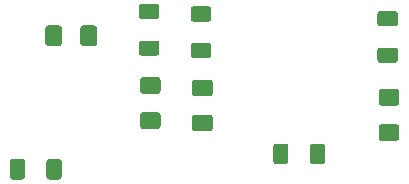
<source format=gbr>
%TF.GenerationSoftware,KiCad,Pcbnew,(5.1.9)-1*%
%TF.CreationDate,2021-05-23T14:15:34+02:00*%
%TF.ProjectId,NewRadar,4e657752-6164-4617-922e-6b696361645f,Radar_1v1.1*%
%TF.SameCoordinates,Original*%
%TF.FileFunction,Paste,Top*%
%TF.FilePolarity,Positive*%
%FSLAX46Y46*%
G04 Gerber Fmt 4.6, Leading zero omitted, Abs format (unit mm)*
G04 Created by KiCad (PCBNEW (5.1.9)-1) date 2021-05-23 14:15:34*
%MOMM*%
%LPD*%
G01*
G04 APERTURE LIST*
G04 APERTURE END LIST*
G36*
G01*
X145223000Y-80340000D02*
X145223000Y-81590000D01*
G75*
G02*
X144973000Y-81840000I-250000J0D01*
G01*
X144048000Y-81840000D01*
G75*
G02*
X143798000Y-81590000I0J250000D01*
G01*
X143798000Y-80340000D01*
G75*
G02*
X144048000Y-80090000I250000J0D01*
G01*
X144973000Y-80090000D01*
G75*
G02*
X145223000Y-80340000I0J-250000D01*
G01*
G37*
G36*
G01*
X148198000Y-80340000D02*
X148198000Y-81590000D01*
G75*
G02*
X147948000Y-81840000I-250000J0D01*
G01*
X147023000Y-81840000D01*
G75*
G02*
X146773000Y-81590000I0J250000D01*
G01*
X146773000Y-80340000D01*
G75*
G02*
X147023000Y-80090000I250000J0D01*
G01*
X147948000Y-80090000D01*
G75*
G02*
X148198000Y-80340000I0J-250000D01*
G01*
G37*
G36*
G01*
X157723000Y-89065000D02*
X156473000Y-89065000D01*
G75*
G02*
X156223000Y-88815000I0J250000D01*
G01*
X156223000Y-87890000D01*
G75*
G02*
X156473000Y-87640000I250000J0D01*
G01*
X157723000Y-87640000D01*
G75*
G02*
X157973000Y-87890000I0J-250000D01*
G01*
X157973000Y-88815000D01*
G75*
G02*
X157723000Y-89065000I-250000J0D01*
G01*
G37*
G36*
G01*
X157723000Y-86090000D02*
X156473000Y-86090000D01*
G75*
G02*
X156223000Y-85840000I0J250000D01*
G01*
X156223000Y-84915000D01*
G75*
G02*
X156473000Y-84665000I250000J0D01*
G01*
X157723000Y-84665000D01*
G75*
G02*
X157973000Y-84915000I0J-250000D01*
G01*
X157973000Y-85840000D01*
G75*
G02*
X157723000Y-86090000I-250000J0D01*
G01*
G37*
G36*
G01*
X153323000Y-85890000D02*
X152073000Y-85890000D01*
G75*
G02*
X151823000Y-85640000I0J250000D01*
G01*
X151823000Y-84715000D01*
G75*
G02*
X152073000Y-84465000I250000J0D01*
G01*
X153323000Y-84465000D01*
G75*
G02*
X153573000Y-84715000I0J-250000D01*
G01*
X153573000Y-85640000D01*
G75*
G02*
X153323000Y-85890000I-250000J0D01*
G01*
G37*
G36*
G01*
X153323000Y-88865000D02*
X152073000Y-88865000D01*
G75*
G02*
X151823000Y-88615000I0J250000D01*
G01*
X151823000Y-87690000D01*
G75*
G02*
X152073000Y-87440000I250000J0D01*
G01*
X153323000Y-87440000D01*
G75*
G02*
X153573000Y-87690000I0J-250000D01*
G01*
X153573000Y-88615000D01*
G75*
G02*
X153323000Y-88865000I-250000J0D01*
G01*
G37*
G36*
G01*
X173523000Y-89865000D02*
X172273000Y-89865000D01*
G75*
G02*
X172023000Y-89615000I0J250000D01*
G01*
X172023000Y-88690000D01*
G75*
G02*
X172273000Y-88440000I250000J0D01*
G01*
X173523000Y-88440000D01*
G75*
G02*
X173773000Y-88690000I0J-250000D01*
G01*
X173773000Y-89615000D01*
G75*
G02*
X173523000Y-89865000I-250000J0D01*
G01*
G37*
G36*
G01*
X173523000Y-86890000D02*
X172273000Y-86890000D01*
G75*
G02*
X172023000Y-86640000I0J250000D01*
G01*
X172023000Y-85715000D01*
G75*
G02*
X172273000Y-85465000I250000J0D01*
G01*
X173523000Y-85465000D01*
G75*
G02*
X173773000Y-85715000I0J-250000D01*
G01*
X173773000Y-86640000D01*
G75*
G02*
X173523000Y-86890000I-250000J0D01*
G01*
G37*
G36*
G01*
X142098000Y-91639999D02*
X142098000Y-92890001D01*
G75*
G02*
X141848001Y-93140000I-249999J0D01*
G01*
X141047999Y-93140000D01*
G75*
G02*
X140798000Y-92890001I0J249999D01*
G01*
X140798000Y-91639999D01*
G75*
G02*
X141047999Y-91390000I249999J0D01*
G01*
X141848001Y-91390000D01*
G75*
G02*
X142098000Y-91639999I0J-249999D01*
G01*
G37*
G36*
G01*
X145198000Y-91639999D02*
X145198000Y-92890001D01*
G75*
G02*
X144948001Y-93140000I-249999J0D01*
G01*
X144147999Y-93140000D01*
G75*
G02*
X143898000Y-92890001I0J249999D01*
G01*
X143898000Y-91639999D01*
G75*
G02*
X144147999Y-91390000I249999J0D01*
G01*
X144948001Y-91390000D01*
G75*
G02*
X145198000Y-91639999I0J-249999D01*
G01*
G37*
G36*
G01*
X157623001Y-82865000D02*
X156372999Y-82865000D01*
G75*
G02*
X156123000Y-82615001I0J249999D01*
G01*
X156123000Y-81814999D01*
G75*
G02*
X156372999Y-81565000I249999J0D01*
G01*
X157623001Y-81565000D01*
G75*
G02*
X157873000Y-81814999I0J-249999D01*
G01*
X157873000Y-82615001D01*
G75*
G02*
X157623001Y-82865000I-249999J0D01*
G01*
G37*
G36*
G01*
X157623001Y-79765000D02*
X156372999Y-79765000D01*
G75*
G02*
X156123000Y-79515001I0J249999D01*
G01*
X156123000Y-78714999D01*
G75*
G02*
X156372999Y-78465000I249999J0D01*
G01*
X157623001Y-78465000D01*
G75*
G02*
X157873000Y-78714999I0J-249999D01*
G01*
X157873000Y-79515001D01*
G75*
G02*
X157623001Y-79765000I-249999J0D01*
G01*
G37*
G36*
G01*
X153223001Y-79565000D02*
X151972999Y-79565000D01*
G75*
G02*
X151723000Y-79315001I0J249999D01*
G01*
X151723000Y-78514999D01*
G75*
G02*
X151972999Y-78265000I249999J0D01*
G01*
X153223001Y-78265000D01*
G75*
G02*
X153473000Y-78514999I0J-249999D01*
G01*
X153473000Y-79315001D01*
G75*
G02*
X153223001Y-79565000I-249999J0D01*
G01*
G37*
G36*
G01*
X153223001Y-82665000D02*
X151972999Y-82665000D01*
G75*
G02*
X151723000Y-82415001I0J249999D01*
G01*
X151723000Y-81614999D01*
G75*
G02*
X151972999Y-81365000I249999J0D01*
G01*
X153223001Y-81365000D01*
G75*
G02*
X153473000Y-81614999I0J-249999D01*
G01*
X153473000Y-82415001D01*
G75*
G02*
X153223001Y-82665000I-249999J0D01*
G01*
G37*
G36*
G01*
X173423001Y-83265000D02*
X172172999Y-83265000D01*
G75*
G02*
X171923000Y-83015001I0J249999D01*
G01*
X171923000Y-82214999D01*
G75*
G02*
X172172999Y-81965000I249999J0D01*
G01*
X173423001Y-81965000D01*
G75*
G02*
X173673000Y-82214999I0J-249999D01*
G01*
X173673000Y-83015001D01*
G75*
G02*
X173423001Y-83265000I-249999J0D01*
G01*
G37*
G36*
G01*
X173423001Y-80165000D02*
X172172999Y-80165000D01*
G75*
G02*
X171923000Y-79915001I0J249999D01*
G01*
X171923000Y-79114999D01*
G75*
G02*
X172172999Y-78865000I249999J0D01*
G01*
X173423001Y-78865000D01*
G75*
G02*
X173673000Y-79114999I0J-249999D01*
G01*
X173673000Y-79915001D01*
G75*
G02*
X173423001Y-80165000I-249999J0D01*
G01*
G37*
G36*
G01*
X167498000Y-90339999D02*
X167498000Y-91590001D01*
G75*
G02*
X167248001Y-91840000I-249999J0D01*
G01*
X166447999Y-91840000D01*
G75*
G02*
X166198000Y-91590001I0J249999D01*
G01*
X166198000Y-90339999D01*
G75*
G02*
X166447999Y-90090000I249999J0D01*
G01*
X167248001Y-90090000D01*
G75*
G02*
X167498000Y-90339999I0J-249999D01*
G01*
G37*
G36*
G01*
X164398000Y-90339999D02*
X164398000Y-91590001D01*
G75*
G02*
X164148001Y-91840000I-249999J0D01*
G01*
X163347999Y-91840000D01*
G75*
G02*
X163098000Y-91590001I0J249999D01*
G01*
X163098000Y-90339999D01*
G75*
G02*
X163347999Y-90090000I249999J0D01*
G01*
X164148001Y-90090000D01*
G75*
G02*
X164398000Y-90339999I0J-249999D01*
G01*
G37*
M02*

</source>
